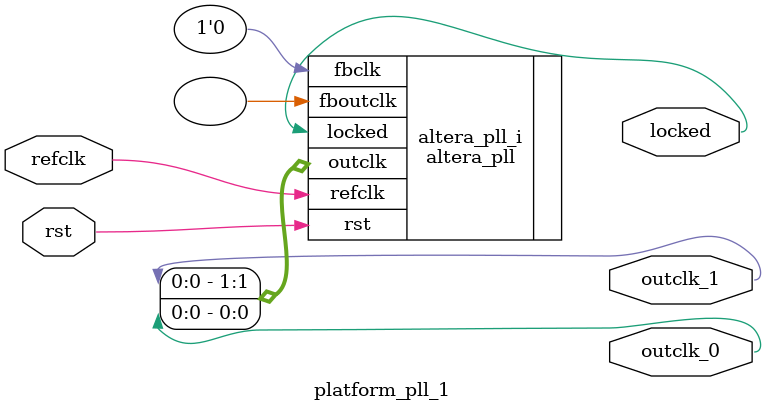
<source format=v>
`timescale 1ns/10ps
module  platform_pll_1(

	// interface 'refclk'
	input wire refclk,

	// interface 'reset'
	input wire rst,

	// interface 'outclk0'
	output wire outclk_0,

	// interface 'outclk1'
	output wire outclk_1,

	// interface 'locked'
	output wire locked
);

	altera_pll #(
		.fractional_vco_multiplier("false"),
		.reference_clock_frequency("50.0 MHz"),
		.operation_mode("direct"),
		.number_of_clocks(2),
		.output_clock_frequency0("74.242424 MHz"),
		.phase_shift0("0 ps"),
		.duty_cycle0(50),
		.output_clock_frequency1("74.242424 MHz"),
		.phase_shift1("0 ps"),
		.duty_cycle1(50),
		.output_clock_frequency2("0 MHz"),
		.phase_shift2("0 ps"),
		.duty_cycle2(50),
		.output_clock_frequency3("0 MHz"),
		.phase_shift3("0 ps"),
		.duty_cycle3(50),
		.output_clock_frequency4("0 MHz"),
		.phase_shift4("0 ps"),
		.duty_cycle4(50),
		.output_clock_frequency5("0 MHz"),
		.phase_shift5("0 ps"),
		.duty_cycle5(50),
		.output_clock_frequency6("0 MHz"),
		.phase_shift6("0 ps"),
		.duty_cycle6(50),
		.output_clock_frequency7("0 MHz"),
		.phase_shift7("0 ps"),
		.duty_cycle7(50),
		.output_clock_frequency8("0 MHz"),
		.phase_shift8("0 ps"),
		.duty_cycle8(50),
		.output_clock_frequency9("0 MHz"),
		.phase_shift9("0 ps"),
		.duty_cycle9(50),
		.output_clock_frequency10("0 MHz"),
		.phase_shift10("0 ps"),
		.duty_cycle10(50),
		.output_clock_frequency11("0 MHz"),
		.phase_shift11("0 ps"),
		.duty_cycle11(50),
		.output_clock_frequency12("0 MHz"),
		.phase_shift12("0 ps"),
		.duty_cycle12(50),
		.output_clock_frequency13("0 MHz"),
		.phase_shift13("0 ps"),
		.duty_cycle13(50),
		.output_clock_frequency14("0 MHz"),
		.phase_shift14("0 ps"),
		.duty_cycle14(50),
		.output_clock_frequency15("0 MHz"),
		.phase_shift15("0 ps"),
		.duty_cycle15(50),
		.output_clock_frequency16("0 MHz"),
		.phase_shift16("0 ps"),
		.duty_cycle16(50),
		.output_clock_frequency17("0 MHz"),
		.phase_shift17("0 ps"),
		.duty_cycle17(50),
		.pll_type("General"),
		.pll_subtype("General")
	) altera_pll_i (
		.rst	(rst),
		.outclk	({outclk_1, outclk_0}),
		.locked	(locked),
		.fboutclk	( ),
		.fbclk	(1'b0),
		.refclk	(refclk)
	);
endmodule


</source>
